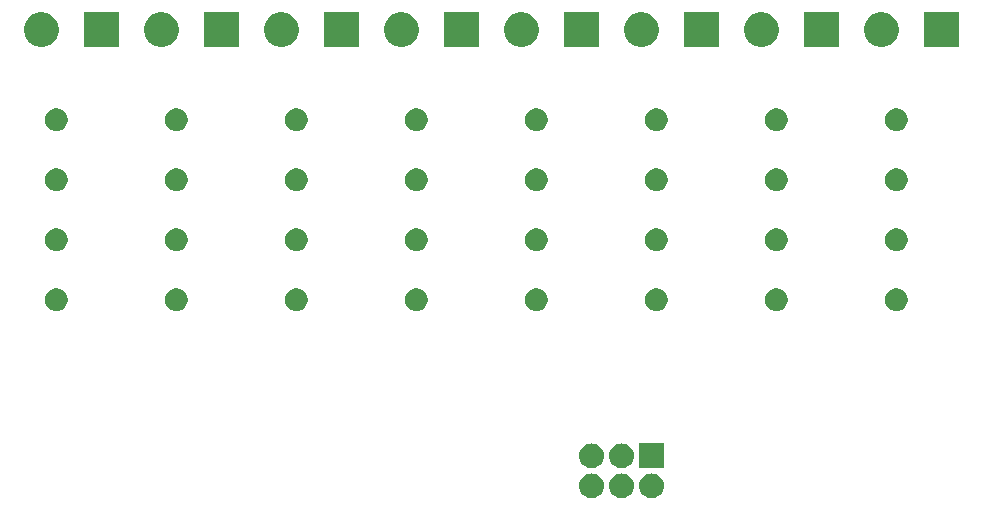
<source format=gbs>
G04 #@! TF.GenerationSoftware,KiCad,Pcbnew,5.0.2-bee76a0~70~ubuntu18.04.1*
G04 #@! TF.CreationDate,2019-03-11T17:23:52+01:00*
G04 #@! TF.ProjectId,8RelaisReed,3852656c-6169-4735-9265-65642e6b6963,rev?*
G04 #@! TF.SameCoordinates,Original*
G04 #@! TF.FileFunction,Soldermask,Bot*
G04 #@! TF.FilePolarity,Negative*
%FSLAX46Y46*%
G04 Gerber Fmt 4.6, Leading zero omitted, Abs format (unit mm)*
G04 Created by KiCad (PCBNEW 5.0.2-bee76a0~70~ubuntu18.04.1) date lun. 11 mars 2019 17:23:52 CET*
%MOMM*%
%LPD*%
G01*
G04 APERTURE LIST*
%ADD10C,0.100000*%
G04 APERTURE END LIST*
D10*
G36*
X187678707Y-107427596D02*
X187755836Y-107435193D01*
X187887787Y-107475220D01*
X187953763Y-107495233D01*
X188136172Y-107592733D01*
X188296054Y-107723946D01*
X188427267Y-107883828D01*
X188524767Y-108066237D01*
X188524767Y-108066238D01*
X188584807Y-108264164D01*
X188605080Y-108470000D01*
X188584807Y-108675836D01*
X188544780Y-108807787D01*
X188524767Y-108873763D01*
X188427267Y-109056172D01*
X188296054Y-109216054D01*
X188136172Y-109347267D01*
X187953763Y-109444767D01*
X187887787Y-109464780D01*
X187755836Y-109504807D01*
X187678707Y-109512404D01*
X187601580Y-109520000D01*
X187498420Y-109520000D01*
X187421293Y-109512404D01*
X187344164Y-109504807D01*
X187212213Y-109464780D01*
X187146237Y-109444767D01*
X186963828Y-109347267D01*
X186803946Y-109216054D01*
X186672733Y-109056172D01*
X186575233Y-108873763D01*
X186555220Y-108807787D01*
X186515193Y-108675836D01*
X186494920Y-108470000D01*
X186515193Y-108264164D01*
X186575233Y-108066238D01*
X186575233Y-108066237D01*
X186672733Y-107883828D01*
X186803946Y-107723946D01*
X186963828Y-107592733D01*
X187146237Y-107495233D01*
X187212213Y-107475220D01*
X187344164Y-107435193D01*
X187421293Y-107427596D01*
X187498420Y-107420000D01*
X187601580Y-107420000D01*
X187678707Y-107427596D01*
X187678707Y-107427596D01*
G37*
G36*
X192758707Y-107427596D02*
X192835836Y-107435193D01*
X192967787Y-107475220D01*
X193033763Y-107495233D01*
X193216172Y-107592733D01*
X193376054Y-107723946D01*
X193507267Y-107883828D01*
X193604767Y-108066237D01*
X193604767Y-108066238D01*
X193664807Y-108264164D01*
X193685080Y-108470000D01*
X193664807Y-108675836D01*
X193624780Y-108807787D01*
X193604767Y-108873763D01*
X193507267Y-109056172D01*
X193376054Y-109216054D01*
X193216172Y-109347267D01*
X193033763Y-109444767D01*
X192967787Y-109464780D01*
X192835836Y-109504807D01*
X192758707Y-109512404D01*
X192681580Y-109520000D01*
X192578420Y-109520000D01*
X192501293Y-109512404D01*
X192424164Y-109504807D01*
X192292213Y-109464780D01*
X192226237Y-109444767D01*
X192043828Y-109347267D01*
X191883946Y-109216054D01*
X191752733Y-109056172D01*
X191655233Y-108873763D01*
X191635220Y-108807787D01*
X191595193Y-108675836D01*
X191574920Y-108470000D01*
X191595193Y-108264164D01*
X191655233Y-108066238D01*
X191655233Y-108066237D01*
X191752733Y-107883828D01*
X191883946Y-107723946D01*
X192043828Y-107592733D01*
X192226237Y-107495233D01*
X192292213Y-107475220D01*
X192424164Y-107435193D01*
X192501293Y-107427596D01*
X192578420Y-107420000D01*
X192681580Y-107420000D01*
X192758707Y-107427596D01*
X192758707Y-107427596D01*
G37*
G36*
X190218707Y-107427596D02*
X190295836Y-107435193D01*
X190427787Y-107475220D01*
X190493763Y-107495233D01*
X190676172Y-107592733D01*
X190836054Y-107723946D01*
X190967267Y-107883828D01*
X191064767Y-108066237D01*
X191064767Y-108066238D01*
X191124807Y-108264164D01*
X191145080Y-108470000D01*
X191124807Y-108675836D01*
X191084780Y-108807787D01*
X191064767Y-108873763D01*
X190967267Y-109056172D01*
X190836054Y-109216054D01*
X190676172Y-109347267D01*
X190493763Y-109444767D01*
X190427787Y-109464780D01*
X190295836Y-109504807D01*
X190218707Y-109512404D01*
X190141580Y-109520000D01*
X190038420Y-109520000D01*
X189961293Y-109512404D01*
X189884164Y-109504807D01*
X189752213Y-109464780D01*
X189686237Y-109444767D01*
X189503828Y-109347267D01*
X189343946Y-109216054D01*
X189212733Y-109056172D01*
X189115233Y-108873763D01*
X189095220Y-108807787D01*
X189055193Y-108675836D01*
X189034920Y-108470000D01*
X189055193Y-108264164D01*
X189115233Y-108066238D01*
X189115233Y-108066237D01*
X189212733Y-107883828D01*
X189343946Y-107723946D01*
X189503828Y-107592733D01*
X189686237Y-107495233D01*
X189752213Y-107475220D01*
X189884164Y-107435193D01*
X189961293Y-107427596D01*
X190038420Y-107420000D01*
X190141580Y-107420000D01*
X190218707Y-107427596D01*
X190218707Y-107427596D01*
G37*
G36*
X187678707Y-104887596D02*
X187755836Y-104895193D01*
X187887787Y-104935220D01*
X187953763Y-104955233D01*
X188136172Y-105052733D01*
X188296054Y-105183946D01*
X188427267Y-105343828D01*
X188524767Y-105526237D01*
X188524767Y-105526238D01*
X188584807Y-105724164D01*
X188605080Y-105930000D01*
X188584807Y-106135836D01*
X188544780Y-106267787D01*
X188524767Y-106333763D01*
X188427267Y-106516172D01*
X188296054Y-106676054D01*
X188136172Y-106807267D01*
X187953763Y-106904767D01*
X187887787Y-106924780D01*
X187755836Y-106964807D01*
X187678707Y-106972404D01*
X187601580Y-106980000D01*
X187498420Y-106980000D01*
X187421293Y-106972404D01*
X187344164Y-106964807D01*
X187212213Y-106924780D01*
X187146237Y-106904767D01*
X186963828Y-106807267D01*
X186803946Y-106676054D01*
X186672733Y-106516172D01*
X186575233Y-106333763D01*
X186555220Y-106267787D01*
X186515193Y-106135836D01*
X186494920Y-105930000D01*
X186515193Y-105724164D01*
X186575233Y-105526238D01*
X186575233Y-105526237D01*
X186672733Y-105343828D01*
X186803946Y-105183946D01*
X186963828Y-105052733D01*
X187146237Y-104955233D01*
X187212213Y-104935220D01*
X187344164Y-104895193D01*
X187421293Y-104887596D01*
X187498420Y-104880000D01*
X187601580Y-104880000D01*
X187678707Y-104887596D01*
X187678707Y-104887596D01*
G37*
G36*
X190218707Y-104887596D02*
X190295836Y-104895193D01*
X190427787Y-104935220D01*
X190493763Y-104955233D01*
X190676172Y-105052733D01*
X190836054Y-105183946D01*
X190967267Y-105343828D01*
X191064767Y-105526237D01*
X191064767Y-105526238D01*
X191124807Y-105724164D01*
X191145080Y-105930000D01*
X191124807Y-106135836D01*
X191084780Y-106267787D01*
X191064767Y-106333763D01*
X190967267Y-106516172D01*
X190836054Y-106676054D01*
X190676172Y-106807267D01*
X190493763Y-106904767D01*
X190427787Y-106924780D01*
X190295836Y-106964807D01*
X190218707Y-106972404D01*
X190141580Y-106980000D01*
X190038420Y-106980000D01*
X189961293Y-106972404D01*
X189884164Y-106964807D01*
X189752213Y-106924780D01*
X189686237Y-106904767D01*
X189503828Y-106807267D01*
X189343946Y-106676054D01*
X189212733Y-106516172D01*
X189115233Y-106333763D01*
X189095220Y-106267787D01*
X189055193Y-106135836D01*
X189034920Y-105930000D01*
X189055193Y-105724164D01*
X189115233Y-105526238D01*
X189115233Y-105526237D01*
X189212733Y-105343828D01*
X189343946Y-105183946D01*
X189503828Y-105052733D01*
X189686237Y-104955233D01*
X189752213Y-104935220D01*
X189884164Y-104895193D01*
X189961293Y-104887596D01*
X190038420Y-104880000D01*
X190141580Y-104880000D01*
X190218707Y-104887596D01*
X190218707Y-104887596D01*
G37*
G36*
X193680000Y-106980000D02*
X191580000Y-106980000D01*
X191580000Y-104880000D01*
X193680000Y-104880000D01*
X193680000Y-106980000D01*
X193680000Y-106980000D01*
G37*
G36*
X142520603Y-91784968D02*
X142520606Y-91784969D01*
X142520605Y-91784969D01*
X142695678Y-91857486D01*
X142695679Y-91857487D01*
X142853241Y-91962767D01*
X142987233Y-92096759D01*
X142987234Y-92096761D01*
X143092514Y-92254322D01*
X143148603Y-92389734D01*
X143165032Y-92429397D01*
X143202000Y-92615250D01*
X143202000Y-92804750D01*
X143165032Y-92990603D01*
X143165031Y-92990605D01*
X143092514Y-93165678D01*
X143092513Y-93165679D01*
X142987233Y-93323241D01*
X142853241Y-93457233D01*
X142773923Y-93510232D01*
X142695678Y-93562514D01*
X142560266Y-93618603D01*
X142520603Y-93635032D01*
X142334750Y-93672000D01*
X142145250Y-93672000D01*
X141959397Y-93635032D01*
X141919734Y-93618603D01*
X141784322Y-93562514D01*
X141706077Y-93510232D01*
X141626759Y-93457233D01*
X141492767Y-93323241D01*
X141387487Y-93165679D01*
X141387486Y-93165678D01*
X141314969Y-92990605D01*
X141314968Y-92990603D01*
X141278000Y-92804750D01*
X141278000Y-92615250D01*
X141314968Y-92429397D01*
X141331397Y-92389734D01*
X141387486Y-92254322D01*
X141492766Y-92096761D01*
X141492767Y-92096759D01*
X141626759Y-91962767D01*
X141784321Y-91857487D01*
X141784322Y-91857486D01*
X141959395Y-91784969D01*
X141959394Y-91784969D01*
X141959397Y-91784968D01*
X142145250Y-91748000D01*
X142334750Y-91748000D01*
X142520603Y-91784968D01*
X142520603Y-91784968D01*
G37*
G36*
X162840603Y-91784968D02*
X162840606Y-91784969D01*
X162840605Y-91784969D01*
X163015678Y-91857486D01*
X163015679Y-91857487D01*
X163173241Y-91962767D01*
X163307233Y-92096759D01*
X163307234Y-92096761D01*
X163412514Y-92254322D01*
X163468603Y-92389734D01*
X163485032Y-92429397D01*
X163522000Y-92615250D01*
X163522000Y-92804750D01*
X163485032Y-92990603D01*
X163485031Y-92990605D01*
X163412514Y-93165678D01*
X163412513Y-93165679D01*
X163307233Y-93323241D01*
X163173241Y-93457233D01*
X163093923Y-93510232D01*
X163015678Y-93562514D01*
X162880266Y-93618603D01*
X162840603Y-93635032D01*
X162654750Y-93672000D01*
X162465250Y-93672000D01*
X162279397Y-93635032D01*
X162239734Y-93618603D01*
X162104322Y-93562514D01*
X162026077Y-93510232D01*
X161946759Y-93457233D01*
X161812767Y-93323241D01*
X161707487Y-93165679D01*
X161707486Y-93165678D01*
X161634969Y-92990605D01*
X161634968Y-92990603D01*
X161598000Y-92804750D01*
X161598000Y-92615250D01*
X161634968Y-92429397D01*
X161651397Y-92389734D01*
X161707486Y-92254322D01*
X161812766Y-92096761D01*
X161812767Y-92096759D01*
X161946759Y-91962767D01*
X162104321Y-91857487D01*
X162104322Y-91857486D01*
X162279395Y-91784969D01*
X162279394Y-91784969D01*
X162279397Y-91784968D01*
X162465250Y-91748000D01*
X162654750Y-91748000D01*
X162840603Y-91784968D01*
X162840603Y-91784968D01*
G37*
G36*
X173000603Y-91784968D02*
X173000606Y-91784969D01*
X173000605Y-91784969D01*
X173175678Y-91857486D01*
X173175679Y-91857487D01*
X173333241Y-91962767D01*
X173467233Y-92096759D01*
X173467234Y-92096761D01*
X173572514Y-92254322D01*
X173628603Y-92389734D01*
X173645032Y-92429397D01*
X173682000Y-92615250D01*
X173682000Y-92804750D01*
X173645032Y-92990603D01*
X173645031Y-92990605D01*
X173572514Y-93165678D01*
X173572513Y-93165679D01*
X173467233Y-93323241D01*
X173333241Y-93457233D01*
X173253923Y-93510232D01*
X173175678Y-93562514D01*
X173040266Y-93618603D01*
X173000603Y-93635032D01*
X172814750Y-93672000D01*
X172625250Y-93672000D01*
X172439397Y-93635032D01*
X172399734Y-93618603D01*
X172264322Y-93562514D01*
X172186077Y-93510232D01*
X172106759Y-93457233D01*
X171972767Y-93323241D01*
X171867487Y-93165679D01*
X171867486Y-93165678D01*
X171794969Y-92990605D01*
X171794968Y-92990603D01*
X171758000Y-92804750D01*
X171758000Y-92615250D01*
X171794968Y-92429397D01*
X171811397Y-92389734D01*
X171867486Y-92254322D01*
X171972766Y-92096761D01*
X171972767Y-92096759D01*
X172106759Y-91962767D01*
X172264321Y-91857487D01*
X172264322Y-91857486D01*
X172439395Y-91784969D01*
X172439394Y-91784969D01*
X172439397Y-91784968D01*
X172625250Y-91748000D01*
X172814750Y-91748000D01*
X173000603Y-91784968D01*
X173000603Y-91784968D01*
G37*
G36*
X183160603Y-91784968D02*
X183160606Y-91784969D01*
X183160605Y-91784969D01*
X183335678Y-91857486D01*
X183335679Y-91857487D01*
X183493241Y-91962767D01*
X183627233Y-92096759D01*
X183627234Y-92096761D01*
X183732514Y-92254322D01*
X183788603Y-92389734D01*
X183805032Y-92429397D01*
X183842000Y-92615250D01*
X183842000Y-92804750D01*
X183805032Y-92990603D01*
X183805031Y-92990605D01*
X183732514Y-93165678D01*
X183732513Y-93165679D01*
X183627233Y-93323241D01*
X183493241Y-93457233D01*
X183413923Y-93510232D01*
X183335678Y-93562514D01*
X183200266Y-93618603D01*
X183160603Y-93635032D01*
X182974750Y-93672000D01*
X182785250Y-93672000D01*
X182599397Y-93635032D01*
X182559734Y-93618603D01*
X182424322Y-93562514D01*
X182346077Y-93510232D01*
X182266759Y-93457233D01*
X182132767Y-93323241D01*
X182027487Y-93165679D01*
X182027486Y-93165678D01*
X181954969Y-92990605D01*
X181954968Y-92990603D01*
X181918000Y-92804750D01*
X181918000Y-92615250D01*
X181954968Y-92429397D01*
X181971397Y-92389734D01*
X182027486Y-92254322D01*
X182132766Y-92096761D01*
X182132767Y-92096759D01*
X182266759Y-91962767D01*
X182424321Y-91857487D01*
X182424322Y-91857486D01*
X182599395Y-91784969D01*
X182599394Y-91784969D01*
X182599397Y-91784968D01*
X182785250Y-91748000D01*
X182974750Y-91748000D01*
X183160603Y-91784968D01*
X183160603Y-91784968D01*
G37*
G36*
X193320603Y-91784968D02*
X193320606Y-91784969D01*
X193320605Y-91784969D01*
X193495678Y-91857486D01*
X193495679Y-91857487D01*
X193653241Y-91962767D01*
X193787233Y-92096759D01*
X193787234Y-92096761D01*
X193892514Y-92254322D01*
X193948603Y-92389734D01*
X193965032Y-92429397D01*
X194002000Y-92615250D01*
X194002000Y-92804750D01*
X193965032Y-92990603D01*
X193965031Y-92990605D01*
X193892514Y-93165678D01*
X193892513Y-93165679D01*
X193787233Y-93323241D01*
X193653241Y-93457233D01*
X193573923Y-93510232D01*
X193495678Y-93562514D01*
X193360266Y-93618603D01*
X193320603Y-93635032D01*
X193134750Y-93672000D01*
X192945250Y-93672000D01*
X192759397Y-93635032D01*
X192719734Y-93618603D01*
X192584322Y-93562514D01*
X192506077Y-93510232D01*
X192426759Y-93457233D01*
X192292767Y-93323241D01*
X192187487Y-93165679D01*
X192187486Y-93165678D01*
X192114969Y-92990605D01*
X192114968Y-92990603D01*
X192078000Y-92804750D01*
X192078000Y-92615250D01*
X192114968Y-92429397D01*
X192131397Y-92389734D01*
X192187486Y-92254322D01*
X192292766Y-92096761D01*
X192292767Y-92096759D01*
X192426759Y-91962767D01*
X192584321Y-91857487D01*
X192584322Y-91857486D01*
X192759395Y-91784969D01*
X192759394Y-91784969D01*
X192759397Y-91784968D01*
X192945250Y-91748000D01*
X193134750Y-91748000D01*
X193320603Y-91784968D01*
X193320603Y-91784968D01*
G37*
G36*
X203480603Y-91784968D02*
X203480606Y-91784969D01*
X203480605Y-91784969D01*
X203655678Y-91857486D01*
X203655679Y-91857487D01*
X203813241Y-91962767D01*
X203947233Y-92096759D01*
X203947234Y-92096761D01*
X204052514Y-92254322D01*
X204108603Y-92389734D01*
X204125032Y-92429397D01*
X204162000Y-92615250D01*
X204162000Y-92804750D01*
X204125032Y-92990603D01*
X204125031Y-92990605D01*
X204052514Y-93165678D01*
X204052513Y-93165679D01*
X203947233Y-93323241D01*
X203813241Y-93457233D01*
X203733923Y-93510232D01*
X203655678Y-93562514D01*
X203520266Y-93618603D01*
X203480603Y-93635032D01*
X203294750Y-93672000D01*
X203105250Y-93672000D01*
X202919397Y-93635032D01*
X202879734Y-93618603D01*
X202744322Y-93562514D01*
X202666077Y-93510232D01*
X202586759Y-93457233D01*
X202452767Y-93323241D01*
X202347487Y-93165679D01*
X202347486Y-93165678D01*
X202274969Y-92990605D01*
X202274968Y-92990603D01*
X202238000Y-92804750D01*
X202238000Y-92615250D01*
X202274968Y-92429397D01*
X202291397Y-92389734D01*
X202347486Y-92254322D01*
X202452766Y-92096761D01*
X202452767Y-92096759D01*
X202586759Y-91962767D01*
X202744321Y-91857487D01*
X202744322Y-91857486D01*
X202919395Y-91784969D01*
X202919394Y-91784969D01*
X202919397Y-91784968D01*
X203105250Y-91748000D01*
X203294750Y-91748000D01*
X203480603Y-91784968D01*
X203480603Y-91784968D01*
G37*
G36*
X213640603Y-91784968D02*
X213640606Y-91784969D01*
X213640605Y-91784969D01*
X213815678Y-91857486D01*
X213815679Y-91857487D01*
X213973241Y-91962767D01*
X214107233Y-92096759D01*
X214107234Y-92096761D01*
X214212514Y-92254322D01*
X214268603Y-92389734D01*
X214285032Y-92429397D01*
X214322000Y-92615250D01*
X214322000Y-92804750D01*
X214285032Y-92990603D01*
X214285031Y-92990605D01*
X214212514Y-93165678D01*
X214212513Y-93165679D01*
X214107233Y-93323241D01*
X213973241Y-93457233D01*
X213893923Y-93510232D01*
X213815678Y-93562514D01*
X213680266Y-93618603D01*
X213640603Y-93635032D01*
X213454750Y-93672000D01*
X213265250Y-93672000D01*
X213079397Y-93635032D01*
X213039734Y-93618603D01*
X212904322Y-93562514D01*
X212826077Y-93510232D01*
X212746759Y-93457233D01*
X212612767Y-93323241D01*
X212507487Y-93165679D01*
X212507486Y-93165678D01*
X212434969Y-92990605D01*
X212434968Y-92990603D01*
X212398000Y-92804750D01*
X212398000Y-92615250D01*
X212434968Y-92429397D01*
X212451397Y-92389734D01*
X212507486Y-92254322D01*
X212612766Y-92096761D01*
X212612767Y-92096759D01*
X212746759Y-91962767D01*
X212904321Y-91857487D01*
X212904322Y-91857486D01*
X213079395Y-91784969D01*
X213079394Y-91784969D01*
X213079397Y-91784968D01*
X213265250Y-91748000D01*
X213454750Y-91748000D01*
X213640603Y-91784968D01*
X213640603Y-91784968D01*
G37*
G36*
X152680603Y-91784968D02*
X152680606Y-91784969D01*
X152680605Y-91784969D01*
X152855678Y-91857486D01*
X152855679Y-91857487D01*
X153013241Y-91962767D01*
X153147233Y-92096759D01*
X153147234Y-92096761D01*
X153252514Y-92254322D01*
X153308603Y-92389734D01*
X153325032Y-92429397D01*
X153362000Y-92615250D01*
X153362000Y-92804750D01*
X153325032Y-92990603D01*
X153325031Y-92990605D01*
X153252514Y-93165678D01*
X153252513Y-93165679D01*
X153147233Y-93323241D01*
X153013241Y-93457233D01*
X152933923Y-93510232D01*
X152855678Y-93562514D01*
X152720266Y-93618603D01*
X152680603Y-93635032D01*
X152494750Y-93672000D01*
X152305250Y-93672000D01*
X152119397Y-93635032D01*
X152079734Y-93618603D01*
X151944322Y-93562514D01*
X151866077Y-93510232D01*
X151786759Y-93457233D01*
X151652767Y-93323241D01*
X151547487Y-93165679D01*
X151547486Y-93165678D01*
X151474969Y-92990605D01*
X151474968Y-92990603D01*
X151438000Y-92804750D01*
X151438000Y-92615250D01*
X151474968Y-92429397D01*
X151491397Y-92389734D01*
X151547486Y-92254322D01*
X151652766Y-92096761D01*
X151652767Y-92096759D01*
X151786759Y-91962767D01*
X151944321Y-91857487D01*
X151944322Y-91857486D01*
X152119395Y-91784969D01*
X152119394Y-91784969D01*
X152119397Y-91784968D01*
X152305250Y-91748000D01*
X152494750Y-91748000D01*
X152680603Y-91784968D01*
X152680603Y-91784968D01*
G37*
G36*
X152680603Y-86704968D02*
X152680606Y-86704969D01*
X152680605Y-86704969D01*
X152855678Y-86777486D01*
X152855679Y-86777487D01*
X153013241Y-86882767D01*
X153147233Y-87016759D01*
X153147234Y-87016761D01*
X153252514Y-87174322D01*
X153308603Y-87309734D01*
X153325032Y-87349397D01*
X153362000Y-87535250D01*
X153362000Y-87724750D01*
X153325032Y-87910603D01*
X153325031Y-87910605D01*
X153252514Y-88085678D01*
X153252513Y-88085679D01*
X153147233Y-88243241D01*
X153013241Y-88377233D01*
X152933923Y-88430232D01*
X152855678Y-88482514D01*
X152720266Y-88538603D01*
X152680603Y-88555032D01*
X152494750Y-88592000D01*
X152305250Y-88592000D01*
X152119397Y-88555032D01*
X152079734Y-88538603D01*
X151944322Y-88482514D01*
X151866077Y-88430232D01*
X151786759Y-88377233D01*
X151652767Y-88243241D01*
X151547487Y-88085679D01*
X151547486Y-88085678D01*
X151474969Y-87910605D01*
X151474968Y-87910603D01*
X151438000Y-87724750D01*
X151438000Y-87535250D01*
X151474968Y-87349397D01*
X151491397Y-87309734D01*
X151547486Y-87174322D01*
X151652766Y-87016761D01*
X151652767Y-87016759D01*
X151786759Y-86882767D01*
X151944321Y-86777487D01*
X151944322Y-86777486D01*
X152119395Y-86704969D01*
X152119394Y-86704969D01*
X152119397Y-86704968D01*
X152305250Y-86668000D01*
X152494750Y-86668000D01*
X152680603Y-86704968D01*
X152680603Y-86704968D01*
G37*
G36*
X142520603Y-86704968D02*
X142520606Y-86704969D01*
X142520605Y-86704969D01*
X142695678Y-86777486D01*
X142695679Y-86777487D01*
X142853241Y-86882767D01*
X142987233Y-87016759D01*
X142987234Y-87016761D01*
X143092514Y-87174322D01*
X143148603Y-87309734D01*
X143165032Y-87349397D01*
X143202000Y-87535250D01*
X143202000Y-87724750D01*
X143165032Y-87910603D01*
X143165031Y-87910605D01*
X143092514Y-88085678D01*
X143092513Y-88085679D01*
X142987233Y-88243241D01*
X142853241Y-88377233D01*
X142773923Y-88430232D01*
X142695678Y-88482514D01*
X142560266Y-88538603D01*
X142520603Y-88555032D01*
X142334750Y-88592000D01*
X142145250Y-88592000D01*
X141959397Y-88555032D01*
X141919734Y-88538603D01*
X141784322Y-88482514D01*
X141706077Y-88430232D01*
X141626759Y-88377233D01*
X141492767Y-88243241D01*
X141387487Y-88085679D01*
X141387486Y-88085678D01*
X141314969Y-87910605D01*
X141314968Y-87910603D01*
X141278000Y-87724750D01*
X141278000Y-87535250D01*
X141314968Y-87349397D01*
X141331397Y-87309734D01*
X141387486Y-87174322D01*
X141492766Y-87016761D01*
X141492767Y-87016759D01*
X141626759Y-86882767D01*
X141784321Y-86777487D01*
X141784322Y-86777486D01*
X141959395Y-86704969D01*
X141959394Y-86704969D01*
X141959397Y-86704968D01*
X142145250Y-86668000D01*
X142334750Y-86668000D01*
X142520603Y-86704968D01*
X142520603Y-86704968D01*
G37*
G36*
X162840603Y-86704968D02*
X162840606Y-86704969D01*
X162840605Y-86704969D01*
X163015678Y-86777486D01*
X163015679Y-86777487D01*
X163173241Y-86882767D01*
X163307233Y-87016759D01*
X163307234Y-87016761D01*
X163412514Y-87174322D01*
X163468603Y-87309734D01*
X163485032Y-87349397D01*
X163522000Y-87535250D01*
X163522000Y-87724750D01*
X163485032Y-87910603D01*
X163485031Y-87910605D01*
X163412514Y-88085678D01*
X163412513Y-88085679D01*
X163307233Y-88243241D01*
X163173241Y-88377233D01*
X163093923Y-88430232D01*
X163015678Y-88482514D01*
X162880266Y-88538603D01*
X162840603Y-88555032D01*
X162654750Y-88592000D01*
X162465250Y-88592000D01*
X162279397Y-88555032D01*
X162239734Y-88538603D01*
X162104322Y-88482514D01*
X162026077Y-88430232D01*
X161946759Y-88377233D01*
X161812767Y-88243241D01*
X161707487Y-88085679D01*
X161707486Y-88085678D01*
X161634969Y-87910605D01*
X161634968Y-87910603D01*
X161598000Y-87724750D01*
X161598000Y-87535250D01*
X161634968Y-87349397D01*
X161651397Y-87309734D01*
X161707486Y-87174322D01*
X161812766Y-87016761D01*
X161812767Y-87016759D01*
X161946759Y-86882767D01*
X162104321Y-86777487D01*
X162104322Y-86777486D01*
X162279395Y-86704969D01*
X162279394Y-86704969D01*
X162279397Y-86704968D01*
X162465250Y-86668000D01*
X162654750Y-86668000D01*
X162840603Y-86704968D01*
X162840603Y-86704968D01*
G37*
G36*
X173000603Y-86704968D02*
X173000606Y-86704969D01*
X173000605Y-86704969D01*
X173175678Y-86777486D01*
X173175679Y-86777487D01*
X173333241Y-86882767D01*
X173467233Y-87016759D01*
X173467234Y-87016761D01*
X173572514Y-87174322D01*
X173628603Y-87309734D01*
X173645032Y-87349397D01*
X173682000Y-87535250D01*
X173682000Y-87724750D01*
X173645032Y-87910603D01*
X173645031Y-87910605D01*
X173572514Y-88085678D01*
X173572513Y-88085679D01*
X173467233Y-88243241D01*
X173333241Y-88377233D01*
X173253923Y-88430232D01*
X173175678Y-88482514D01*
X173040266Y-88538603D01*
X173000603Y-88555032D01*
X172814750Y-88592000D01*
X172625250Y-88592000D01*
X172439397Y-88555032D01*
X172399734Y-88538603D01*
X172264322Y-88482514D01*
X172186077Y-88430232D01*
X172106759Y-88377233D01*
X171972767Y-88243241D01*
X171867487Y-88085679D01*
X171867486Y-88085678D01*
X171794969Y-87910605D01*
X171794968Y-87910603D01*
X171758000Y-87724750D01*
X171758000Y-87535250D01*
X171794968Y-87349397D01*
X171811397Y-87309734D01*
X171867486Y-87174322D01*
X171972766Y-87016761D01*
X171972767Y-87016759D01*
X172106759Y-86882767D01*
X172264321Y-86777487D01*
X172264322Y-86777486D01*
X172439395Y-86704969D01*
X172439394Y-86704969D01*
X172439397Y-86704968D01*
X172625250Y-86668000D01*
X172814750Y-86668000D01*
X173000603Y-86704968D01*
X173000603Y-86704968D01*
G37*
G36*
X183160603Y-86704968D02*
X183160606Y-86704969D01*
X183160605Y-86704969D01*
X183335678Y-86777486D01*
X183335679Y-86777487D01*
X183493241Y-86882767D01*
X183627233Y-87016759D01*
X183627234Y-87016761D01*
X183732514Y-87174322D01*
X183788603Y-87309734D01*
X183805032Y-87349397D01*
X183842000Y-87535250D01*
X183842000Y-87724750D01*
X183805032Y-87910603D01*
X183805031Y-87910605D01*
X183732514Y-88085678D01*
X183732513Y-88085679D01*
X183627233Y-88243241D01*
X183493241Y-88377233D01*
X183413923Y-88430232D01*
X183335678Y-88482514D01*
X183200266Y-88538603D01*
X183160603Y-88555032D01*
X182974750Y-88592000D01*
X182785250Y-88592000D01*
X182599397Y-88555032D01*
X182559734Y-88538603D01*
X182424322Y-88482514D01*
X182346077Y-88430232D01*
X182266759Y-88377233D01*
X182132767Y-88243241D01*
X182027487Y-88085679D01*
X182027486Y-88085678D01*
X181954969Y-87910605D01*
X181954968Y-87910603D01*
X181918000Y-87724750D01*
X181918000Y-87535250D01*
X181954968Y-87349397D01*
X181971397Y-87309734D01*
X182027486Y-87174322D01*
X182132766Y-87016761D01*
X182132767Y-87016759D01*
X182266759Y-86882767D01*
X182424321Y-86777487D01*
X182424322Y-86777486D01*
X182599395Y-86704969D01*
X182599394Y-86704969D01*
X182599397Y-86704968D01*
X182785250Y-86668000D01*
X182974750Y-86668000D01*
X183160603Y-86704968D01*
X183160603Y-86704968D01*
G37*
G36*
X193320603Y-86704968D02*
X193320606Y-86704969D01*
X193320605Y-86704969D01*
X193495678Y-86777486D01*
X193495679Y-86777487D01*
X193653241Y-86882767D01*
X193787233Y-87016759D01*
X193787234Y-87016761D01*
X193892514Y-87174322D01*
X193948603Y-87309734D01*
X193965032Y-87349397D01*
X194002000Y-87535250D01*
X194002000Y-87724750D01*
X193965032Y-87910603D01*
X193965031Y-87910605D01*
X193892514Y-88085678D01*
X193892513Y-88085679D01*
X193787233Y-88243241D01*
X193653241Y-88377233D01*
X193573923Y-88430232D01*
X193495678Y-88482514D01*
X193360266Y-88538603D01*
X193320603Y-88555032D01*
X193134750Y-88592000D01*
X192945250Y-88592000D01*
X192759397Y-88555032D01*
X192719734Y-88538603D01*
X192584322Y-88482514D01*
X192506077Y-88430232D01*
X192426759Y-88377233D01*
X192292767Y-88243241D01*
X192187487Y-88085679D01*
X192187486Y-88085678D01*
X192114969Y-87910605D01*
X192114968Y-87910603D01*
X192078000Y-87724750D01*
X192078000Y-87535250D01*
X192114968Y-87349397D01*
X192131397Y-87309734D01*
X192187486Y-87174322D01*
X192292766Y-87016761D01*
X192292767Y-87016759D01*
X192426759Y-86882767D01*
X192584321Y-86777487D01*
X192584322Y-86777486D01*
X192759395Y-86704969D01*
X192759394Y-86704969D01*
X192759397Y-86704968D01*
X192945250Y-86668000D01*
X193134750Y-86668000D01*
X193320603Y-86704968D01*
X193320603Y-86704968D01*
G37*
G36*
X213640603Y-86704968D02*
X213640606Y-86704969D01*
X213640605Y-86704969D01*
X213815678Y-86777486D01*
X213815679Y-86777487D01*
X213973241Y-86882767D01*
X214107233Y-87016759D01*
X214107234Y-87016761D01*
X214212514Y-87174322D01*
X214268603Y-87309734D01*
X214285032Y-87349397D01*
X214322000Y-87535250D01*
X214322000Y-87724750D01*
X214285032Y-87910603D01*
X214285031Y-87910605D01*
X214212514Y-88085678D01*
X214212513Y-88085679D01*
X214107233Y-88243241D01*
X213973241Y-88377233D01*
X213893923Y-88430232D01*
X213815678Y-88482514D01*
X213680266Y-88538603D01*
X213640603Y-88555032D01*
X213454750Y-88592000D01*
X213265250Y-88592000D01*
X213079397Y-88555032D01*
X213039734Y-88538603D01*
X212904322Y-88482514D01*
X212826077Y-88430232D01*
X212746759Y-88377233D01*
X212612767Y-88243241D01*
X212507487Y-88085679D01*
X212507486Y-88085678D01*
X212434969Y-87910605D01*
X212434968Y-87910603D01*
X212398000Y-87724750D01*
X212398000Y-87535250D01*
X212434968Y-87349397D01*
X212451397Y-87309734D01*
X212507486Y-87174322D01*
X212612766Y-87016761D01*
X212612767Y-87016759D01*
X212746759Y-86882767D01*
X212904321Y-86777487D01*
X212904322Y-86777486D01*
X213079395Y-86704969D01*
X213079394Y-86704969D01*
X213079397Y-86704968D01*
X213265250Y-86668000D01*
X213454750Y-86668000D01*
X213640603Y-86704968D01*
X213640603Y-86704968D01*
G37*
G36*
X203480603Y-86704968D02*
X203480606Y-86704969D01*
X203480605Y-86704969D01*
X203655678Y-86777486D01*
X203655679Y-86777487D01*
X203813241Y-86882767D01*
X203947233Y-87016759D01*
X203947234Y-87016761D01*
X204052514Y-87174322D01*
X204108603Y-87309734D01*
X204125032Y-87349397D01*
X204162000Y-87535250D01*
X204162000Y-87724750D01*
X204125032Y-87910603D01*
X204125031Y-87910605D01*
X204052514Y-88085678D01*
X204052513Y-88085679D01*
X203947233Y-88243241D01*
X203813241Y-88377233D01*
X203733923Y-88430232D01*
X203655678Y-88482514D01*
X203520266Y-88538603D01*
X203480603Y-88555032D01*
X203294750Y-88592000D01*
X203105250Y-88592000D01*
X202919397Y-88555032D01*
X202879734Y-88538603D01*
X202744322Y-88482514D01*
X202666077Y-88430232D01*
X202586759Y-88377233D01*
X202452767Y-88243241D01*
X202347487Y-88085679D01*
X202347486Y-88085678D01*
X202274969Y-87910605D01*
X202274968Y-87910603D01*
X202238000Y-87724750D01*
X202238000Y-87535250D01*
X202274968Y-87349397D01*
X202291397Y-87309734D01*
X202347486Y-87174322D01*
X202452766Y-87016761D01*
X202452767Y-87016759D01*
X202586759Y-86882767D01*
X202744321Y-86777487D01*
X202744322Y-86777486D01*
X202919395Y-86704969D01*
X202919394Y-86704969D01*
X202919397Y-86704968D01*
X203105250Y-86668000D01*
X203294750Y-86668000D01*
X203480603Y-86704968D01*
X203480603Y-86704968D01*
G37*
G36*
X203480603Y-81624968D02*
X203480606Y-81624969D01*
X203480605Y-81624969D01*
X203655678Y-81697486D01*
X203655679Y-81697487D01*
X203813241Y-81802767D01*
X203947233Y-81936759D01*
X203947234Y-81936761D01*
X204052514Y-82094322D01*
X204108603Y-82229734D01*
X204125032Y-82269397D01*
X204162000Y-82455250D01*
X204162000Y-82644750D01*
X204125032Y-82830603D01*
X204125031Y-82830605D01*
X204052514Y-83005678D01*
X204052513Y-83005679D01*
X203947233Y-83163241D01*
X203813241Y-83297233D01*
X203733923Y-83350232D01*
X203655678Y-83402514D01*
X203520266Y-83458603D01*
X203480603Y-83475032D01*
X203294750Y-83512000D01*
X203105250Y-83512000D01*
X202919397Y-83475032D01*
X202879734Y-83458603D01*
X202744322Y-83402514D01*
X202666077Y-83350232D01*
X202586759Y-83297233D01*
X202452767Y-83163241D01*
X202347487Y-83005679D01*
X202347486Y-83005678D01*
X202274969Y-82830605D01*
X202274968Y-82830603D01*
X202238000Y-82644750D01*
X202238000Y-82455250D01*
X202274968Y-82269397D01*
X202291397Y-82229734D01*
X202347486Y-82094322D01*
X202452766Y-81936761D01*
X202452767Y-81936759D01*
X202586759Y-81802767D01*
X202744321Y-81697487D01*
X202744322Y-81697486D01*
X202919395Y-81624969D01*
X202919394Y-81624969D01*
X202919397Y-81624968D01*
X203105250Y-81588000D01*
X203294750Y-81588000D01*
X203480603Y-81624968D01*
X203480603Y-81624968D01*
G37*
G36*
X173000603Y-81624968D02*
X173000606Y-81624969D01*
X173000605Y-81624969D01*
X173175678Y-81697486D01*
X173175679Y-81697487D01*
X173333241Y-81802767D01*
X173467233Y-81936759D01*
X173467234Y-81936761D01*
X173572514Y-82094322D01*
X173628603Y-82229734D01*
X173645032Y-82269397D01*
X173682000Y-82455250D01*
X173682000Y-82644750D01*
X173645032Y-82830603D01*
X173645031Y-82830605D01*
X173572514Y-83005678D01*
X173572513Y-83005679D01*
X173467233Y-83163241D01*
X173333241Y-83297233D01*
X173253923Y-83350232D01*
X173175678Y-83402514D01*
X173040266Y-83458603D01*
X173000603Y-83475032D01*
X172814750Y-83512000D01*
X172625250Y-83512000D01*
X172439397Y-83475032D01*
X172399734Y-83458603D01*
X172264322Y-83402514D01*
X172186077Y-83350232D01*
X172106759Y-83297233D01*
X171972767Y-83163241D01*
X171867487Y-83005679D01*
X171867486Y-83005678D01*
X171794969Y-82830605D01*
X171794968Y-82830603D01*
X171758000Y-82644750D01*
X171758000Y-82455250D01*
X171794968Y-82269397D01*
X171811397Y-82229734D01*
X171867486Y-82094322D01*
X171972766Y-81936761D01*
X171972767Y-81936759D01*
X172106759Y-81802767D01*
X172264321Y-81697487D01*
X172264322Y-81697486D01*
X172439395Y-81624969D01*
X172439394Y-81624969D01*
X172439397Y-81624968D01*
X172625250Y-81588000D01*
X172814750Y-81588000D01*
X173000603Y-81624968D01*
X173000603Y-81624968D01*
G37*
G36*
X162840603Y-81624968D02*
X162840606Y-81624969D01*
X162840605Y-81624969D01*
X163015678Y-81697486D01*
X163015679Y-81697487D01*
X163173241Y-81802767D01*
X163307233Y-81936759D01*
X163307234Y-81936761D01*
X163412514Y-82094322D01*
X163468603Y-82229734D01*
X163485032Y-82269397D01*
X163522000Y-82455250D01*
X163522000Y-82644750D01*
X163485032Y-82830603D01*
X163485031Y-82830605D01*
X163412514Y-83005678D01*
X163412513Y-83005679D01*
X163307233Y-83163241D01*
X163173241Y-83297233D01*
X163093923Y-83350232D01*
X163015678Y-83402514D01*
X162880266Y-83458603D01*
X162840603Y-83475032D01*
X162654750Y-83512000D01*
X162465250Y-83512000D01*
X162279397Y-83475032D01*
X162239734Y-83458603D01*
X162104322Y-83402514D01*
X162026077Y-83350232D01*
X161946759Y-83297233D01*
X161812767Y-83163241D01*
X161707487Y-83005679D01*
X161707486Y-83005678D01*
X161634969Y-82830605D01*
X161634968Y-82830603D01*
X161598000Y-82644750D01*
X161598000Y-82455250D01*
X161634968Y-82269397D01*
X161651397Y-82229734D01*
X161707486Y-82094322D01*
X161812766Y-81936761D01*
X161812767Y-81936759D01*
X161946759Y-81802767D01*
X162104321Y-81697487D01*
X162104322Y-81697486D01*
X162279395Y-81624969D01*
X162279394Y-81624969D01*
X162279397Y-81624968D01*
X162465250Y-81588000D01*
X162654750Y-81588000D01*
X162840603Y-81624968D01*
X162840603Y-81624968D01*
G37*
G36*
X152680603Y-81624968D02*
X152680606Y-81624969D01*
X152680605Y-81624969D01*
X152855678Y-81697486D01*
X152855679Y-81697487D01*
X153013241Y-81802767D01*
X153147233Y-81936759D01*
X153147234Y-81936761D01*
X153252514Y-82094322D01*
X153308603Y-82229734D01*
X153325032Y-82269397D01*
X153362000Y-82455250D01*
X153362000Y-82644750D01*
X153325032Y-82830603D01*
X153325031Y-82830605D01*
X153252514Y-83005678D01*
X153252513Y-83005679D01*
X153147233Y-83163241D01*
X153013241Y-83297233D01*
X152933923Y-83350232D01*
X152855678Y-83402514D01*
X152720266Y-83458603D01*
X152680603Y-83475032D01*
X152494750Y-83512000D01*
X152305250Y-83512000D01*
X152119397Y-83475032D01*
X152079734Y-83458603D01*
X151944322Y-83402514D01*
X151866077Y-83350232D01*
X151786759Y-83297233D01*
X151652767Y-83163241D01*
X151547487Y-83005679D01*
X151547486Y-83005678D01*
X151474969Y-82830605D01*
X151474968Y-82830603D01*
X151438000Y-82644750D01*
X151438000Y-82455250D01*
X151474968Y-82269397D01*
X151491397Y-82229734D01*
X151547486Y-82094322D01*
X151652766Y-81936761D01*
X151652767Y-81936759D01*
X151786759Y-81802767D01*
X151944321Y-81697487D01*
X151944322Y-81697486D01*
X152119395Y-81624969D01*
X152119394Y-81624969D01*
X152119397Y-81624968D01*
X152305250Y-81588000D01*
X152494750Y-81588000D01*
X152680603Y-81624968D01*
X152680603Y-81624968D01*
G37*
G36*
X142520603Y-81624968D02*
X142520606Y-81624969D01*
X142520605Y-81624969D01*
X142695678Y-81697486D01*
X142695679Y-81697487D01*
X142853241Y-81802767D01*
X142987233Y-81936759D01*
X142987234Y-81936761D01*
X143092514Y-82094322D01*
X143148603Y-82229734D01*
X143165032Y-82269397D01*
X143202000Y-82455250D01*
X143202000Y-82644750D01*
X143165032Y-82830603D01*
X143165031Y-82830605D01*
X143092514Y-83005678D01*
X143092513Y-83005679D01*
X142987233Y-83163241D01*
X142853241Y-83297233D01*
X142773923Y-83350232D01*
X142695678Y-83402514D01*
X142560266Y-83458603D01*
X142520603Y-83475032D01*
X142334750Y-83512000D01*
X142145250Y-83512000D01*
X141959397Y-83475032D01*
X141919734Y-83458603D01*
X141784322Y-83402514D01*
X141706077Y-83350232D01*
X141626759Y-83297233D01*
X141492767Y-83163241D01*
X141387487Y-83005679D01*
X141387486Y-83005678D01*
X141314969Y-82830605D01*
X141314968Y-82830603D01*
X141278000Y-82644750D01*
X141278000Y-82455250D01*
X141314968Y-82269397D01*
X141331397Y-82229734D01*
X141387486Y-82094322D01*
X141492766Y-81936761D01*
X141492767Y-81936759D01*
X141626759Y-81802767D01*
X141784321Y-81697487D01*
X141784322Y-81697486D01*
X141959395Y-81624969D01*
X141959394Y-81624969D01*
X141959397Y-81624968D01*
X142145250Y-81588000D01*
X142334750Y-81588000D01*
X142520603Y-81624968D01*
X142520603Y-81624968D01*
G37*
G36*
X183160603Y-81624968D02*
X183160606Y-81624969D01*
X183160605Y-81624969D01*
X183335678Y-81697486D01*
X183335679Y-81697487D01*
X183493241Y-81802767D01*
X183627233Y-81936759D01*
X183627234Y-81936761D01*
X183732514Y-82094322D01*
X183788603Y-82229734D01*
X183805032Y-82269397D01*
X183842000Y-82455250D01*
X183842000Y-82644750D01*
X183805032Y-82830603D01*
X183805031Y-82830605D01*
X183732514Y-83005678D01*
X183732513Y-83005679D01*
X183627233Y-83163241D01*
X183493241Y-83297233D01*
X183413923Y-83350232D01*
X183335678Y-83402514D01*
X183200266Y-83458603D01*
X183160603Y-83475032D01*
X182974750Y-83512000D01*
X182785250Y-83512000D01*
X182599397Y-83475032D01*
X182559734Y-83458603D01*
X182424322Y-83402514D01*
X182346077Y-83350232D01*
X182266759Y-83297233D01*
X182132767Y-83163241D01*
X182027487Y-83005679D01*
X182027486Y-83005678D01*
X181954969Y-82830605D01*
X181954968Y-82830603D01*
X181918000Y-82644750D01*
X181918000Y-82455250D01*
X181954968Y-82269397D01*
X181971397Y-82229734D01*
X182027486Y-82094322D01*
X182132766Y-81936761D01*
X182132767Y-81936759D01*
X182266759Y-81802767D01*
X182424321Y-81697487D01*
X182424322Y-81697486D01*
X182599395Y-81624969D01*
X182599394Y-81624969D01*
X182599397Y-81624968D01*
X182785250Y-81588000D01*
X182974750Y-81588000D01*
X183160603Y-81624968D01*
X183160603Y-81624968D01*
G37*
G36*
X213640603Y-81624968D02*
X213640606Y-81624969D01*
X213640605Y-81624969D01*
X213815678Y-81697486D01*
X213815679Y-81697487D01*
X213973241Y-81802767D01*
X214107233Y-81936759D01*
X214107234Y-81936761D01*
X214212514Y-82094322D01*
X214268603Y-82229734D01*
X214285032Y-82269397D01*
X214322000Y-82455250D01*
X214322000Y-82644750D01*
X214285032Y-82830603D01*
X214285031Y-82830605D01*
X214212514Y-83005678D01*
X214212513Y-83005679D01*
X214107233Y-83163241D01*
X213973241Y-83297233D01*
X213893923Y-83350232D01*
X213815678Y-83402514D01*
X213680266Y-83458603D01*
X213640603Y-83475032D01*
X213454750Y-83512000D01*
X213265250Y-83512000D01*
X213079397Y-83475032D01*
X213039734Y-83458603D01*
X212904322Y-83402514D01*
X212826077Y-83350232D01*
X212746759Y-83297233D01*
X212612767Y-83163241D01*
X212507487Y-83005679D01*
X212507486Y-83005678D01*
X212434969Y-82830605D01*
X212434968Y-82830603D01*
X212398000Y-82644750D01*
X212398000Y-82455250D01*
X212434968Y-82269397D01*
X212451397Y-82229734D01*
X212507486Y-82094322D01*
X212612766Y-81936761D01*
X212612767Y-81936759D01*
X212746759Y-81802767D01*
X212904321Y-81697487D01*
X212904322Y-81697486D01*
X213079395Y-81624969D01*
X213079394Y-81624969D01*
X213079397Y-81624968D01*
X213265250Y-81588000D01*
X213454750Y-81588000D01*
X213640603Y-81624968D01*
X213640603Y-81624968D01*
G37*
G36*
X193320603Y-81624968D02*
X193320606Y-81624969D01*
X193320605Y-81624969D01*
X193495678Y-81697486D01*
X193495679Y-81697487D01*
X193653241Y-81802767D01*
X193787233Y-81936759D01*
X193787234Y-81936761D01*
X193892514Y-82094322D01*
X193948603Y-82229734D01*
X193965032Y-82269397D01*
X194002000Y-82455250D01*
X194002000Y-82644750D01*
X193965032Y-82830603D01*
X193965031Y-82830605D01*
X193892514Y-83005678D01*
X193892513Y-83005679D01*
X193787233Y-83163241D01*
X193653241Y-83297233D01*
X193573923Y-83350232D01*
X193495678Y-83402514D01*
X193360266Y-83458603D01*
X193320603Y-83475032D01*
X193134750Y-83512000D01*
X192945250Y-83512000D01*
X192759397Y-83475032D01*
X192719734Y-83458603D01*
X192584322Y-83402514D01*
X192506077Y-83350232D01*
X192426759Y-83297233D01*
X192292767Y-83163241D01*
X192187487Y-83005679D01*
X192187486Y-83005678D01*
X192114969Y-82830605D01*
X192114968Y-82830603D01*
X192078000Y-82644750D01*
X192078000Y-82455250D01*
X192114968Y-82269397D01*
X192131397Y-82229734D01*
X192187486Y-82094322D01*
X192292766Y-81936761D01*
X192292767Y-81936759D01*
X192426759Y-81802767D01*
X192584321Y-81697487D01*
X192584322Y-81697486D01*
X192759395Y-81624969D01*
X192759394Y-81624969D01*
X192759397Y-81624968D01*
X192945250Y-81588000D01*
X193134750Y-81588000D01*
X193320603Y-81624968D01*
X193320603Y-81624968D01*
G37*
G36*
X203480603Y-76544968D02*
X203480606Y-76544969D01*
X203480605Y-76544969D01*
X203655678Y-76617486D01*
X203655679Y-76617487D01*
X203813241Y-76722767D01*
X203947233Y-76856759D01*
X203947234Y-76856761D01*
X204052514Y-77014322D01*
X204108603Y-77149734D01*
X204125032Y-77189397D01*
X204162000Y-77375250D01*
X204162000Y-77564750D01*
X204125032Y-77750603D01*
X204125031Y-77750605D01*
X204052514Y-77925678D01*
X204052513Y-77925679D01*
X203947233Y-78083241D01*
X203813241Y-78217233D01*
X203733923Y-78270232D01*
X203655678Y-78322514D01*
X203520266Y-78378603D01*
X203480603Y-78395032D01*
X203294750Y-78432000D01*
X203105250Y-78432000D01*
X202919397Y-78395032D01*
X202879734Y-78378603D01*
X202744322Y-78322514D01*
X202666077Y-78270232D01*
X202586759Y-78217233D01*
X202452767Y-78083241D01*
X202347487Y-77925679D01*
X202347486Y-77925678D01*
X202274969Y-77750605D01*
X202274968Y-77750603D01*
X202238000Y-77564750D01*
X202238000Y-77375250D01*
X202274968Y-77189397D01*
X202291397Y-77149734D01*
X202347486Y-77014322D01*
X202452766Y-76856761D01*
X202452767Y-76856759D01*
X202586759Y-76722767D01*
X202744321Y-76617487D01*
X202744322Y-76617486D01*
X202919395Y-76544969D01*
X202919394Y-76544969D01*
X202919397Y-76544968D01*
X203105250Y-76508000D01*
X203294750Y-76508000D01*
X203480603Y-76544968D01*
X203480603Y-76544968D01*
G37*
G36*
X213640603Y-76544968D02*
X213640606Y-76544969D01*
X213640605Y-76544969D01*
X213815678Y-76617486D01*
X213815679Y-76617487D01*
X213973241Y-76722767D01*
X214107233Y-76856759D01*
X214107234Y-76856761D01*
X214212514Y-77014322D01*
X214268603Y-77149734D01*
X214285032Y-77189397D01*
X214322000Y-77375250D01*
X214322000Y-77564750D01*
X214285032Y-77750603D01*
X214285031Y-77750605D01*
X214212514Y-77925678D01*
X214212513Y-77925679D01*
X214107233Y-78083241D01*
X213973241Y-78217233D01*
X213893923Y-78270232D01*
X213815678Y-78322514D01*
X213680266Y-78378603D01*
X213640603Y-78395032D01*
X213454750Y-78432000D01*
X213265250Y-78432000D01*
X213079397Y-78395032D01*
X213039734Y-78378603D01*
X212904322Y-78322514D01*
X212826077Y-78270232D01*
X212746759Y-78217233D01*
X212612767Y-78083241D01*
X212507487Y-77925679D01*
X212507486Y-77925678D01*
X212434969Y-77750605D01*
X212434968Y-77750603D01*
X212398000Y-77564750D01*
X212398000Y-77375250D01*
X212434968Y-77189397D01*
X212451397Y-77149734D01*
X212507486Y-77014322D01*
X212612766Y-76856761D01*
X212612767Y-76856759D01*
X212746759Y-76722767D01*
X212904321Y-76617487D01*
X212904322Y-76617486D01*
X213079395Y-76544969D01*
X213079394Y-76544969D01*
X213079397Y-76544968D01*
X213265250Y-76508000D01*
X213454750Y-76508000D01*
X213640603Y-76544968D01*
X213640603Y-76544968D01*
G37*
G36*
X193320603Y-76544968D02*
X193320606Y-76544969D01*
X193320605Y-76544969D01*
X193495678Y-76617486D01*
X193495679Y-76617487D01*
X193653241Y-76722767D01*
X193787233Y-76856759D01*
X193787234Y-76856761D01*
X193892514Y-77014322D01*
X193948603Y-77149734D01*
X193965032Y-77189397D01*
X194002000Y-77375250D01*
X194002000Y-77564750D01*
X193965032Y-77750603D01*
X193965031Y-77750605D01*
X193892514Y-77925678D01*
X193892513Y-77925679D01*
X193787233Y-78083241D01*
X193653241Y-78217233D01*
X193573923Y-78270232D01*
X193495678Y-78322514D01*
X193360266Y-78378603D01*
X193320603Y-78395032D01*
X193134750Y-78432000D01*
X192945250Y-78432000D01*
X192759397Y-78395032D01*
X192719734Y-78378603D01*
X192584322Y-78322514D01*
X192506077Y-78270232D01*
X192426759Y-78217233D01*
X192292767Y-78083241D01*
X192187487Y-77925679D01*
X192187486Y-77925678D01*
X192114969Y-77750605D01*
X192114968Y-77750603D01*
X192078000Y-77564750D01*
X192078000Y-77375250D01*
X192114968Y-77189397D01*
X192131397Y-77149734D01*
X192187486Y-77014322D01*
X192292766Y-76856761D01*
X192292767Y-76856759D01*
X192426759Y-76722767D01*
X192584321Y-76617487D01*
X192584322Y-76617486D01*
X192759395Y-76544969D01*
X192759394Y-76544969D01*
X192759397Y-76544968D01*
X192945250Y-76508000D01*
X193134750Y-76508000D01*
X193320603Y-76544968D01*
X193320603Y-76544968D01*
G37*
G36*
X142520603Y-76544968D02*
X142520606Y-76544969D01*
X142520605Y-76544969D01*
X142695678Y-76617486D01*
X142695679Y-76617487D01*
X142853241Y-76722767D01*
X142987233Y-76856759D01*
X142987234Y-76856761D01*
X143092514Y-77014322D01*
X143148603Y-77149734D01*
X143165032Y-77189397D01*
X143202000Y-77375250D01*
X143202000Y-77564750D01*
X143165032Y-77750603D01*
X143165031Y-77750605D01*
X143092514Y-77925678D01*
X143092513Y-77925679D01*
X142987233Y-78083241D01*
X142853241Y-78217233D01*
X142773923Y-78270232D01*
X142695678Y-78322514D01*
X142560266Y-78378603D01*
X142520603Y-78395032D01*
X142334750Y-78432000D01*
X142145250Y-78432000D01*
X141959397Y-78395032D01*
X141919734Y-78378603D01*
X141784322Y-78322514D01*
X141706077Y-78270232D01*
X141626759Y-78217233D01*
X141492767Y-78083241D01*
X141387487Y-77925679D01*
X141387486Y-77925678D01*
X141314969Y-77750605D01*
X141314968Y-77750603D01*
X141278000Y-77564750D01*
X141278000Y-77375250D01*
X141314968Y-77189397D01*
X141331397Y-77149734D01*
X141387486Y-77014322D01*
X141492766Y-76856761D01*
X141492767Y-76856759D01*
X141626759Y-76722767D01*
X141784321Y-76617487D01*
X141784322Y-76617486D01*
X141959395Y-76544969D01*
X141959394Y-76544969D01*
X141959397Y-76544968D01*
X142145250Y-76508000D01*
X142334750Y-76508000D01*
X142520603Y-76544968D01*
X142520603Y-76544968D01*
G37*
G36*
X152680603Y-76544968D02*
X152680606Y-76544969D01*
X152680605Y-76544969D01*
X152855678Y-76617486D01*
X152855679Y-76617487D01*
X153013241Y-76722767D01*
X153147233Y-76856759D01*
X153147234Y-76856761D01*
X153252514Y-77014322D01*
X153308603Y-77149734D01*
X153325032Y-77189397D01*
X153362000Y-77375250D01*
X153362000Y-77564750D01*
X153325032Y-77750603D01*
X153325031Y-77750605D01*
X153252514Y-77925678D01*
X153252513Y-77925679D01*
X153147233Y-78083241D01*
X153013241Y-78217233D01*
X152933923Y-78270232D01*
X152855678Y-78322514D01*
X152720266Y-78378603D01*
X152680603Y-78395032D01*
X152494750Y-78432000D01*
X152305250Y-78432000D01*
X152119397Y-78395032D01*
X152079734Y-78378603D01*
X151944322Y-78322514D01*
X151866077Y-78270232D01*
X151786759Y-78217233D01*
X151652767Y-78083241D01*
X151547487Y-77925679D01*
X151547486Y-77925678D01*
X151474969Y-77750605D01*
X151474968Y-77750603D01*
X151438000Y-77564750D01*
X151438000Y-77375250D01*
X151474968Y-77189397D01*
X151491397Y-77149734D01*
X151547486Y-77014322D01*
X151652766Y-76856761D01*
X151652767Y-76856759D01*
X151786759Y-76722767D01*
X151944321Y-76617487D01*
X151944322Y-76617486D01*
X152119395Y-76544969D01*
X152119394Y-76544969D01*
X152119397Y-76544968D01*
X152305250Y-76508000D01*
X152494750Y-76508000D01*
X152680603Y-76544968D01*
X152680603Y-76544968D01*
G37*
G36*
X183160603Y-76544968D02*
X183160606Y-76544969D01*
X183160605Y-76544969D01*
X183335678Y-76617486D01*
X183335679Y-76617487D01*
X183493241Y-76722767D01*
X183627233Y-76856759D01*
X183627234Y-76856761D01*
X183732514Y-77014322D01*
X183788603Y-77149734D01*
X183805032Y-77189397D01*
X183842000Y-77375250D01*
X183842000Y-77564750D01*
X183805032Y-77750603D01*
X183805031Y-77750605D01*
X183732514Y-77925678D01*
X183732513Y-77925679D01*
X183627233Y-78083241D01*
X183493241Y-78217233D01*
X183413923Y-78270232D01*
X183335678Y-78322514D01*
X183200266Y-78378603D01*
X183160603Y-78395032D01*
X182974750Y-78432000D01*
X182785250Y-78432000D01*
X182599397Y-78395032D01*
X182559734Y-78378603D01*
X182424322Y-78322514D01*
X182346077Y-78270232D01*
X182266759Y-78217233D01*
X182132767Y-78083241D01*
X182027487Y-77925679D01*
X182027486Y-77925678D01*
X181954969Y-77750605D01*
X181954968Y-77750603D01*
X181918000Y-77564750D01*
X181918000Y-77375250D01*
X181954968Y-77189397D01*
X181971397Y-77149734D01*
X182027486Y-77014322D01*
X182132766Y-76856761D01*
X182132767Y-76856759D01*
X182266759Y-76722767D01*
X182424321Y-76617487D01*
X182424322Y-76617486D01*
X182599395Y-76544969D01*
X182599394Y-76544969D01*
X182599397Y-76544968D01*
X182785250Y-76508000D01*
X182974750Y-76508000D01*
X183160603Y-76544968D01*
X183160603Y-76544968D01*
G37*
G36*
X162840603Y-76544968D02*
X162840606Y-76544969D01*
X162840605Y-76544969D01*
X163015678Y-76617486D01*
X163015679Y-76617487D01*
X163173241Y-76722767D01*
X163307233Y-76856759D01*
X163307234Y-76856761D01*
X163412514Y-77014322D01*
X163468603Y-77149734D01*
X163485032Y-77189397D01*
X163522000Y-77375250D01*
X163522000Y-77564750D01*
X163485032Y-77750603D01*
X163485031Y-77750605D01*
X163412514Y-77925678D01*
X163412513Y-77925679D01*
X163307233Y-78083241D01*
X163173241Y-78217233D01*
X163093923Y-78270232D01*
X163015678Y-78322514D01*
X162880266Y-78378603D01*
X162840603Y-78395032D01*
X162654750Y-78432000D01*
X162465250Y-78432000D01*
X162279397Y-78395032D01*
X162239734Y-78378603D01*
X162104322Y-78322514D01*
X162026077Y-78270232D01*
X161946759Y-78217233D01*
X161812767Y-78083241D01*
X161707487Y-77925679D01*
X161707486Y-77925678D01*
X161634969Y-77750605D01*
X161634968Y-77750603D01*
X161598000Y-77564750D01*
X161598000Y-77375250D01*
X161634968Y-77189397D01*
X161651397Y-77149734D01*
X161707486Y-77014322D01*
X161812766Y-76856761D01*
X161812767Y-76856759D01*
X161946759Y-76722767D01*
X162104321Y-76617487D01*
X162104322Y-76617486D01*
X162279395Y-76544969D01*
X162279394Y-76544969D01*
X162279397Y-76544968D01*
X162465250Y-76508000D01*
X162654750Y-76508000D01*
X162840603Y-76544968D01*
X162840603Y-76544968D01*
G37*
G36*
X173000603Y-76544968D02*
X173000606Y-76544969D01*
X173000605Y-76544969D01*
X173175678Y-76617486D01*
X173175679Y-76617487D01*
X173333241Y-76722767D01*
X173467233Y-76856759D01*
X173467234Y-76856761D01*
X173572514Y-77014322D01*
X173628603Y-77149734D01*
X173645032Y-77189397D01*
X173682000Y-77375250D01*
X173682000Y-77564750D01*
X173645032Y-77750603D01*
X173645031Y-77750605D01*
X173572514Y-77925678D01*
X173572513Y-77925679D01*
X173467233Y-78083241D01*
X173333241Y-78217233D01*
X173253923Y-78270232D01*
X173175678Y-78322514D01*
X173040266Y-78378603D01*
X173000603Y-78395032D01*
X172814750Y-78432000D01*
X172625250Y-78432000D01*
X172439397Y-78395032D01*
X172399734Y-78378603D01*
X172264322Y-78322514D01*
X172186077Y-78270232D01*
X172106759Y-78217233D01*
X171972767Y-78083241D01*
X171867487Y-77925679D01*
X171867486Y-77925678D01*
X171794969Y-77750605D01*
X171794968Y-77750603D01*
X171758000Y-77564750D01*
X171758000Y-77375250D01*
X171794968Y-77189397D01*
X171811397Y-77149734D01*
X171867486Y-77014322D01*
X171972766Y-76856761D01*
X171972767Y-76856759D01*
X172106759Y-76722767D01*
X172264321Y-76617487D01*
X172264322Y-76617486D01*
X172439395Y-76544969D01*
X172439394Y-76544969D01*
X172439397Y-76544968D01*
X172625250Y-76508000D01*
X172814750Y-76508000D01*
X173000603Y-76544968D01*
X173000603Y-76544968D01*
G37*
G36*
X151558781Y-68436490D02*
X151826307Y-68547303D01*
X152067074Y-68708178D01*
X152271822Y-68912926D01*
X152432697Y-69153693D01*
X152543510Y-69421219D01*
X152600000Y-69705216D01*
X152600000Y-69994784D01*
X152543510Y-70278781D01*
X152432697Y-70546307D01*
X152271822Y-70787074D01*
X152067074Y-70991822D01*
X151826307Y-71152697D01*
X151558781Y-71263510D01*
X151274784Y-71320000D01*
X150985216Y-71320000D01*
X150701219Y-71263510D01*
X150433693Y-71152697D01*
X150192926Y-70991822D01*
X149988178Y-70787074D01*
X149827303Y-70546307D01*
X149716490Y-70278781D01*
X149660000Y-69994784D01*
X149660000Y-69705216D01*
X149716490Y-69421219D01*
X149827303Y-69153693D01*
X149988178Y-68912926D01*
X150192926Y-68708178D01*
X150433693Y-68547303D01*
X150701219Y-68436490D01*
X150985216Y-68380000D01*
X151274784Y-68380000D01*
X151558781Y-68436490D01*
X151558781Y-68436490D01*
G37*
G36*
X147520000Y-71320000D02*
X144580000Y-71320000D01*
X144580000Y-68380000D01*
X147520000Y-68380000D01*
X147520000Y-71320000D01*
X147520000Y-71320000D01*
G37*
G36*
X141398781Y-68436490D02*
X141666307Y-68547303D01*
X141907074Y-68708178D01*
X142111822Y-68912926D01*
X142272697Y-69153693D01*
X142383510Y-69421219D01*
X142440000Y-69705216D01*
X142440000Y-69994784D01*
X142383510Y-70278781D01*
X142272697Y-70546307D01*
X142111822Y-70787074D01*
X141907074Y-70991822D01*
X141666307Y-71152697D01*
X141398781Y-71263510D01*
X141114784Y-71320000D01*
X140825216Y-71320000D01*
X140541219Y-71263510D01*
X140273693Y-71152697D01*
X140032926Y-70991822D01*
X139828178Y-70787074D01*
X139667303Y-70546307D01*
X139556490Y-70278781D01*
X139500000Y-69994784D01*
X139500000Y-69705216D01*
X139556490Y-69421219D01*
X139667303Y-69153693D01*
X139828178Y-68912926D01*
X140032926Y-68708178D01*
X140273693Y-68547303D01*
X140541219Y-68436490D01*
X140825216Y-68380000D01*
X141114784Y-68380000D01*
X141398781Y-68436490D01*
X141398781Y-68436490D01*
G37*
G36*
X157680000Y-71320000D02*
X154740000Y-71320000D01*
X154740000Y-68380000D01*
X157680000Y-68380000D01*
X157680000Y-71320000D01*
X157680000Y-71320000D01*
G37*
G36*
X182038781Y-68436490D02*
X182306307Y-68547303D01*
X182547074Y-68708178D01*
X182751822Y-68912926D01*
X182912697Y-69153693D01*
X183023510Y-69421219D01*
X183080000Y-69705216D01*
X183080000Y-69994784D01*
X183023510Y-70278781D01*
X182912697Y-70546307D01*
X182751822Y-70787074D01*
X182547074Y-70991822D01*
X182306307Y-71152697D01*
X182038781Y-71263510D01*
X181754784Y-71320000D01*
X181465216Y-71320000D01*
X181181219Y-71263510D01*
X180913693Y-71152697D01*
X180672926Y-70991822D01*
X180468178Y-70787074D01*
X180307303Y-70546307D01*
X180196490Y-70278781D01*
X180140000Y-69994784D01*
X180140000Y-69705216D01*
X180196490Y-69421219D01*
X180307303Y-69153693D01*
X180468178Y-68912926D01*
X180672926Y-68708178D01*
X180913693Y-68547303D01*
X181181219Y-68436490D01*
X181465216Y-68380000D01*
X181754784Y-68380000D01*
X182038781Y-68436490D01*
X182038781Y-68436490D01*
G37*
G36*
X178000000Y-71320000D02*
X175060000Y-71320000D01*
X175060000Y-68380000D01*
X178000000Y-68380000D01*
X178000000Y-71320000D01*
X178000000Y-71320000D01*
G37*
G36*
X161718781Y-68436490D02*
X161986307Y-68547303D01*
X162227074Y-68708178D01*
X162431822Y-68912926D01*
X162592697Y-69153693D01*
X162703510Y-69421219D01*
X162760000Y-69705216D01*
X162760000Y-69994784D01*
X162703510Y-70278781D01*
X162592697Y-70546307D01*
X162431822Y-70787074D01*
X162227074Y-70991822D01*
X161986307Y-71152697D01*
X161718781Y-71263510D01*
X161434784Y-71320000D01*
X161145216Y-71320000D01*
X160861219Y-71263510D01*
X160593693Y-71152697D01*
X160352926Y-70991822D01*
X160148178Y-70787074D01*
X159987303Y-70546307D01*
X159876490Y-70278781D01*
X159820000Y-69994784D01*
X159820000Y-69705216D01*
X159876490Y-69421219D01*
X159987303Y-69153693D01*
X160148178Y-68912926D01*
X160352926Y-68708178D01*
X160593693Y-68547303D01*
X160861219Y-68436490D01*
X161145216Y-68380000D01*
X161434784Y-68380000D01*
X161718781Y-68436490D01*
X161718781Y-68436490D01*
G37*
G36*
X167840000Y-71320000D02*
X164900000Y-71320000D01*
X164900000Y-68380000D01*
X167840000Y-68380000D01*
X167840000Y-71320000D01*
X167840000Y-71320000D01*
G37*
G36*
X171878781Y-68436490D02*
X172146307Y-68547303D01*
X172387074Y-68708178D01*
X172591822Y-68912926D01*
X172752697Y-69153693D01*
X172863510Y-69421219D01*
X172920000Y-69705216D01*
X172920000Y-69994784D01*
X172863510Y-70278781D01*
X172752697Y-70546307D01*
X172591822Y-70787074D01*
X172387074Y-70991822D01*
X172146307Y-71152697D01*
X171878781Y-71263510D01*
X171594784Y-71320000D01*
X171305216Y-71320000D01*
X171021219Y-71263510D01*
X170753693Y-71152697D01*
X170512926Y-70991822D01*
X170308178Y-70787074D01*
X170147303Y-70546307D01*
X170036490Y-70278781D01*
X169980000Y-69994784D01*
X169980000Y-69705216D01*
X170036490Y-69421219D01*
X170147303Y-69153693D01*
X170308178Y-68912926D01*
X170512926Y-68708178D01*
X170753693Y-68547303D01*
X171021219Y-68436490D01*
X171305216Y-68380000D01*
X171594784Y-68380000D01*
X171878781Y-68436490D01*
X171878781Y-68436490D01*
G37*
G36*
X188160000Y-71320000D02*
X185220000Y-71320000D01*
X185220000Y-68380000D01*
X188160000Y-68380000D01*
X188160000Y-71320000D01*
X188160000Y-71320000D01*
G37*
G36*
X192198781Y-68436490D02*
X192466307Y-68547303D01*
X192707074Y-68708178D01*
X192911822Y-68912926D01*
X193072697Y-69153693D01*
X193183510Y-69421219D01*
X193240000Y-69705216D01*
X193240000Y-69994784D01*
X193183510Y-70278781D01*
X193072697Y-70546307D01*
X192911822Y-70787074D01*
X192707074Y-70991822D01*
X192466307Y-71152697D01*
X192198781Y-71263510D01*
X191914784Y-71320000D01*
X191625216Y-71320000D01*
X191341219Y-71263510D01*
X191073693Y-71152697D01*
X190832926Y-70991822D01*
X190628178Y-70787074D01*
X190467303Y-70546307D01*
X190356490Y-70278781D01*
X190300000Y-69994784D01*
X190300000Y-69705216D01*
X190356490Y-69421219D01*
X190467303Y-69153693D01*
X190628178Y-68912926D01*
X190832926Y-68708178D01*
X191073693Y-68547303D01*
X191341219Y-68436490D01*
X191625216Y-68380000D01*
X191914784Y-68380000D01*
X192198781Y-68436490D01*
X192198781Y-68436490D01*
G37*
G36*
X198320000Y-71320000D02*
X195380000Y-71320000D01*
X195380000Y-68380000D01*
X198320000Y-68380000D01*
X198320000Y-71320000D01*
X198320000Y-71320000D01*
G37*
G36*
X202358781Y-68436490D02*
X202626307Y-68547303D01*
X202867074Y-68708178D01*
X203071822Y-68912926D01*
X203232697Y-69153693D01*
X203343510Y-69421219D01*
X203400000Y-69705216D01*
X203400000Y-69994784D01*
X203343510Y-70278781D01*
X203232697Y-70546307D01*
X203071822Y-70787074D01*
X202867074Y-70991822D01*
X202626307Y-71152697D01*
X202358781Y-71263510D01*
X202074784Y-71320000D01*
X201785216Y-71320000D01*
X201501219Y-71263510D01*
X201233693Y-71152697D01*
X200992926Y-70991822D01*
X200788178Y-70787074D01*
X200627303Y-70546307D01*
X200516490Y-70278781D01*
X200460000Y-69994784D01*
X200460000Y-69705216D01*
X200516490Y-69421219D01*
X200627303Y-69153693D01*
X200788178Y-68912926D01*
X200992926Y-68708178D01*
X201233693Y-68547303D01*
X201501219Y-68436490D01*
X201785216Y-68380000D01*
X202074784Y-68380000D01*
X202358781Y-68436490D01*
X202358781Y-68436490D01*
G37*
G36*
X208480000Y-71320000D02*
X205540000Y-71320000D01*
X205540000Y-68380000D01*
X208480000Y-68380000D01*
X208480000Y-71320000D01*
X208480000Y-71320000D01*
G37*
G36*
X212518781Y-68436490D02*
X212786307Y-68547303D01*
X213027074Y-68708178D01*
X213231822Y-68912926D01*
X213392697Y-69153693D01*
X213503510Y-69421219D01*
X213560000Y-69705216D01*
X213560000Y-69994784D01*
X213503510Y-70278781D01*
X213392697Y-70546307D01*
X213231822Y-70787074D01*
X213027074Y-70991822D01*
X212786307Y-71152697D01*
X212518781Y-71263510D01*
X212234784Y-71320000D01*
X211945216Y-71320000D01*
X211661219Y-71263510D01*
X211393693Y-71152697D01*
X211152926Y-70991822D01*
X210948178Y-70787074D01*
X210787303Y-70546307D01*
X210676490Y-70278781D01*
X210620000Y-69994784D01*
X210620000Y-69705216D01*
X210676490Y-69421219D01*
X210787303Y-69153693D01*
X210948178Y-68912926D01*
X211152926Y-68708178D01*
X211393693Y-68547303D01*
X211661219Y-68436490D01*
X211945216Y-68380000D01*
X212234784Y-68380000D01*
X212518781Y-68436490D01*
X212518781Y-68436490D01*
G37*
G36*
X218640000Y-71320000D02*
X215700000Y-71320000D01*
X215700000Y-68380000D01*
X218640000Y-68380000D01*
X218640000Y-71320000D01*
X218640000Y-71320000D01*
G37*
M02*

</source>
